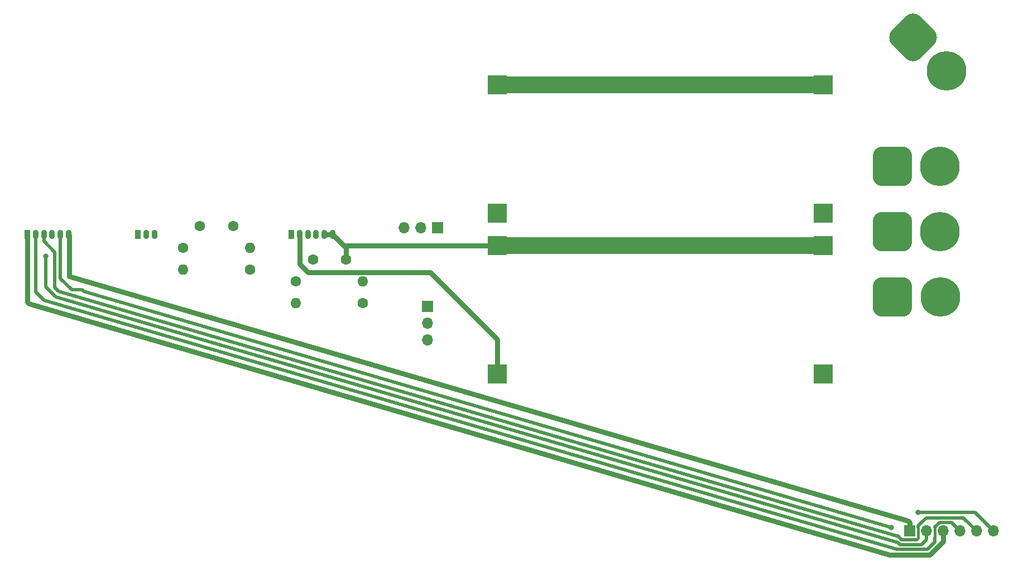
<source format=gbr>
%TF.GenerationSoftware,KiCad,Pcbnew,7.0.0*%
%TF.CreationDate,2023-03-08T15:38:49-05:00*%
%TF.ProjectId,right-side,72696768-742d-4736-9964-652e6b696361,rev?*%
%TF.SameCoordinates,Original*%
%TF.FileFunction,Copper,L2,Bot*%
%TF.FilePolarity,Positive*%
%FSLAX46Y46*%
G04 Gerber Fmt 4.6, Leading zero omitted, Abs format (unit mm)*
G04 Created by KiCad (PCBNEW 7.0.0) date 2023-03-08 15:38:49*
%MOMM*%
%LPD*%
G01*
G04 APERTURE LIST*
G04 Aperture macros list*
%AMRoundRect*
0 Rectangle with rounded corners*
0 $1 Rounding radius*
0 $2 $3 $4 $5 $6 $7 $8 $9 X,Y pos of 4 corners*
0 Add a 4 corners polygon primitive as box body*
4,1,4,$2,$3,$4,$5,$6,$7,$8,$9,$2,$3,0*
0 Add four circle primitives for the rounded corners*
1,1,$1+$1,$2,$3*
1,1,$1+$1,$4,$5*
1,1,$1+$1,$6,$7*
1,1,$1+$1,$8,$9*
0 Add four rect primitives between the rounded corners*
20,1,$1+$1,$2,$3,$4,$5,0*
20,1,$1+$1,$4,$5,$6,$7,0*
20,1,$1+$1,$6,$7,$8,$9,0*
20,1,$1+$1,$8,$9,$2,$3,0*%
G04 Aperture macros list end*
%TA.AperFunction,ComponentPad*%
%ADD10RoundRect,0.225000X-0.225000X-0.475000X0.225000X-0.475000X0.225000X0.475000X-0.225000X0.475000X0*%
%TD*%
%TA.AperFunction,ComponentPad*%
%ADD11O,0.900000X1.400000*%
%TD*%
%TA.AperFunction,ComponentPad*%
%ADD12C,1.600000*%
%TD*%
%TA.AperFunction,ComponentPad*%
%ADD13R,1.700000X1.700000*%
%TD*%
%TA.AperFunction,ComponentPad*%
%ADD14O,1.700000X1.700000*%
%TD*%
%TA.AperFunction,ComponentPad*%
%ADD15O,1.600000X1.600000*%
%TD*%
%TA.AperFunction,ComponentPad*%
%ADD16RoundRect,1.500000X-1.500000X-1.500000X1.500000X-1.500000X1.500000X1.500000X-1.500000X1.500000X0*%
%TD*%
%TA.AperFunction,ComponentPad*%
%ADD17C,6.000000*%
%TD*%
%TA.AperFunction,ComponentPad*%
%ADD18R,3.000000X3.000000*%
%TD*%
%TA.AperFunction,ComponentPad*%
%ADD19RoundRect,1.500000X-2.121320X0.000000X0.000000X-2.121320X2.121320X0.000000X0.000000X2.121320X0*%
%TD*%
%TA.AperFunction,ViaPad*%
%ADD20C,0.800000*%
%TD*%
%TA.AperFunction,Conductor*%
%ADD21C,0.762000*%
%TD*%
%TA.AperFunction,Conductor*%
%ADD22C,2.540000*%
%TD*%
%TA.AperFunction,Conductor*%
%ADD23C,0.508000*%
%TD*%
%TA.AperFunction,Conductor*%
%ADD24C,0.381000*%
%TD*%
G04 APERTURE END LIST*
D10*
%TO.P,J8,1,Pin_1*%
%TO.N,Net-(J8-Pin_1)*%
X80264000Y-96520000D03*
D11*
%TO.P,J8,2,Pin_2*%
%TO.N,Net-(J8-Pin_2)*%
X81513999Y-96519999D03*
%TO.P,J8,3,Pin_3*%
%TO.N,Net-(J8-Pin_3)*%
X82763999Y-96519999D03*
%TO.P,J8,4,Pin_4*%
%TO.N,Net-(J8-Pin_4)*%
X84013999Y-96519999D03*
%TO.P,J8,5,Pin_5*%
%TO.N,Net-(J8-Pin_5)*%
X85263999Y-96519999D03*
%TO.P,J8,6,Pin_6*%
%TO.N,Net-(J8-Pin_6)*%
X86513999Y-96519999D03*
%TD*%
D12*
%TO.P,C1,1*%
%TO.N,Net-(J7-Pin_2)*%
X106466000Y-95250000D03*
%TO.P,C1,2*%
%TO.N,Net-(J6-Pin_3)*%
X111466000Y-95250000D03*
%TD*%
%TO.P,C2,1*%
%TO.N,Net-(J10-Pin_4)*%
X123601000Y-100322000D03*
%TO.P,C2,2*%
%TO.N,GND*%
X128601000Y-100322000D03*
%TD*%
D13*
%TO.P,J6,1,Pin_1*%
%TO.N,unconnected-(J6-Pin_1-Pad1)*%
X140969999Y-107441999D03*
D14*
%TO.P,J6,2,Pin_2*%
%TO.N,Net-(J6-Pin_2)*%
X140969999Y-109981999D03*
%TO.P,J6,3,Pin_3*%
%TO.N,Net-(J6-Pin_3)*%
X140969999Y-112521999D03*
%TD*%
D13*
%TO.P,J4,1,Pin_1*%
%TO.N,unconnected-(J4-Pin_1-Pad1)*%
X142478999Y-95503999D03*
D14*
%TO.P,J4,2,Pin_2*%
%TO.N,Net-(A1-VOUT)*%
X139938999Y-95503999D03*
%TO.P,J4,3,Pin_3*%
%TO.N,GND*%
X137398999Y-95503999D03*
%TD*%
D12*
%TO.P,R4,1*%
%TO.N,+BATT*%
X131141000Y-106926000D03*
D15*
%TO.P,R4,2*%
%TO.N,Net-(J10-Pin_4)*%
X120980999Y-106925999D03*
%TD*%
D16*
%TO.P,J2,1,Pin_1*%
%TO.N,GND*%
X211494000Y-86128000D03*
D17*
%TO.P,J2,2,Pin_2*%
%TO.N,+BATT*%
X218694000Y-86128000D03*
%TD*%
D10*
%TO.P,J7,1,Pin_1*%
%TO.N,unconnected-(J7-Pin_1-Pad1)*%
X97068000Y-96520000D03*
D11*
%TO.P,J7,2,Pin_2*%
%TO.N,Net-(J7-Pin_2)*%
X98317999Y-96519999D03*
%TO.P,J7,3,Pin_3*%
%TO.N,Net-(J6-Pin_3)*%
X99567999Y-96519999D03*
%TD*%
D18*
%TO.P,A3,1,VIN*%
%TO.N,+BATT*%
X201025999Y-117699999D03*
%TO.P,A3,2,GND*%
%TO.N,GND*%
X201025999Y-98199999D03*
%TO.P,A3,3,GND*%
X151525999Y-98199999D03*
%TO.P,A3,4,VOUT*%
%TO.N,Net-(A3-VOUT)*%
X151525999Y-117699999D03*
%TD*%
%TO.P,A1,1,VIN*%
%TO.N,+BATT*%
X201025999Y-93315999D03*
%TO.P,A1,2,GND*%
%TO.N,GND*%
X201025999Y-73815999D03*
%TO.P,A1,3,GND*%
X151525999Y-73815999D03*
%TO.P,A1,4,VOUT*%
%TO.N,Net-(A1-VOUT)*%
X151525999Y-93315999D03*
%TD*%
D13*
%TO.P,J9,1,Pin_1*%
%TO.N,Net-(J8-Pin_6)*%
X214121999Y-141477999D03*
D14*
%TO.P,J9,2,Pin_2*%
%TO.N,Net-(J8-Pin_4)*%
X216661999Y-141477999D03*
%TO.P,J9,3,Pin_3*%
%TO.N,Net-(J8-Pin_1)*%
X219201999Y-141477999D03*
%TO.P,J9,4,Pin_4*%
%TO.N,Net-(J8-Pin_2)*%
X221741999Y-141477999D03*
%TO.P,J9,5,Pin_5*%
%TO.N,Net-(J8-Pin_3)*%
X224281999Y-141477999D03*
%TO.P,J9,6,Pin_6*%
%TO.N,Net-(J8-Pin_5)*%
X226821999Y-141477999D03*
%TD*%
D12*
%TO.P,R2,1*%
%TO.N,Net-(J7-Pin_2)*%
X103886000Y-98552000D03*
D15*
%TO.P,R2,2*%
%TO.N,Net-(J6-Pin_3)*%
X114045999Y-98551999D03*
%TD*%
D10*
%TO.P,J10,1,Pin_1*%
%TO.N,Net-(A3-VOUT)*%
X120319000Y-96512000D03*
D11*
%TO.P,J10,2,Pin_2*%
X121568999Y-96511999D03*
%TO.P,J10,3,Pin_3*%
%TO.N,unconnected-(J10-Pin_3-Pad3)*%
X122818999Y-96511999D03*
%TO.P,J10,4,Pin_4*%
%TO.N,Net-(J10-Pin_4)*%
X124068999Y-96511999D03*
%TO.P,J10,5,Pin_5*%
%TO.N,GND*%
X125318999Y-96511999D03*
%TO.P,J10,6,Pin_6*%
X126568999Y-96511999D03*
%TD*%
D16*
%TO.P,J3,1,Pin_1*%
%TO.N,GND*%
X211494000Y-96034000D03*
D17*
%TO.P,J3,2,Pin_2*%
%TO.N,+BATT*%
X218694000Y-96034000D03*
%TD*%
D12*
%TO.P,R3,1*%
%TO.N,Net-(J10-Pin_4)*%
X120981000Y-103624000D03*
D15*
%TO.P,R3,2*%
%TO.N,GND*%
X131140999Y-103623999D03*
%TD*%
D16*
%TO.P,J5,1,Pin_1*%
%TO.N,GND*%
X211538000Y-105940000D03*
D17*
%TO.P,J5,2,Pin_2*%
%TO.N,+BATT*%
X218738000Y-105940000D03*
%TD*%
D12*
%TO.P,R1,1*%
%TO.N,Net-(J6-Pin_2)*%
X114046000Y-101854000D03*
D15*
%TO.P,R1,2*%
%TO.N,Net-(J7-Pin_2)*%
X103885999Y-101853999D03*
%TD*%
D19*
%TO.P,J1,1,Pin_1*%
%TO.N,GND*%
X214630000Y-66592000D03*
D17*
%TO.P,J1,2,Pin_2*%
%TO.N,+BATT*%
X219721169Y-71683169D03*
%TD*%
D20*
%TO.N,Net-(J8-Pin_4)*%
X83058000Y-99822000D03*
%TO.N,Net-(J8-Pin_5)*%
X215392000Y-138684000D03*
X211328000Y-140970000D03*
%TD*%
D21*
%TO.N,GND*%
X126569000Y-96512000D02*
X128257000Y-98200000D01*
X125319000Y-96512000D02*
X126569000Y-96512000D01*
X128601000Y-98544000D02*
X128257000Y-98200000D01*
D22*
X151526000Y-98200000D02*
X201026000Y-98200000D01*
D21*
X128601000Y-100322000D02*
X128601000Y-98544000D01*
X128257000Y-98200000D02*
X151526000Y-98200000D01*
D22*
X201026000Y-73816000D02*
X151526000Y-73816000D01*
D21*
%TO.N,Net-(A3-VOUT)*%
X151526000Y-112410000D02*
X151526000Y-117700000D01*
X141359000Y-102243000D02*
X151526000Y-112410000D01*
X122817000Y-102243000D02*
X141359000Y-102243000D01*
X121569000Y-96512000D02*
X121569000Y-100995000D01*
X121569000Y-100995000D02*
X122817000Y-102243000D01*
%TO.N,Net-(J8-Pin_1)*%
X217170000Y-145107000D02*
X211074000Y-145107000D01*
X80518000Y-107007000D02*
X80264000Y-106753000D01*
X219202000Y-143075000D02*
X217170000Y-145107000D01*
X80264000Y-106753000D02*
X80264000Y-96520000D01*
X219202000Y-141478000D02*
X219202000Y-143075000D01*
X211074000Y-145107000D02*
X80518000Y-107007000D01*
D23*
%TO.N,Net-(J8-Pin_2)*%
X82816416Y-106511416D02*
X81514000Y-105209000D01*
X217932000Y-143164132D02*
X216824132Y-144272000D01*
X220438000Y-140174000D02*
X218661865Y-140174000D01*
X217932000Y-140903865D02*
X217932000Y-140970000D01*
X81514000Y-105209000D02*
X81514000Y-96520000D01*
X218661865Y-140174000D02*
X217932000Y-140903865D01*
X221742000Y-141478000D02*
X220438000Y-140174000D01*
X216824132Y-144272000D02*
X212209348Y-144272000D01*
D24*
X217932000Y-140970000D02*
X217932000Y-142494000D01*
D23*
X212209348Y-144272000D02*
X82816416Y-106511416D01*
X217932000Y-142494000D02*
X217932000Y-143164132D01*
%TO.N,Net-(J8-Pin_3)*%
X212090000Y-142240000D02*
X212349560Y-142240000D01*
X215426000Y-140682000D02*
X215426000Y-140970000D01*
X215900000Y-140208000D02*
X215426000Y-140682000D01*
D24*
X215392000Y-142528000D02*
X215392000Y-141004000D01*
D23*
X222270000Y-139466000D02*
X216642000Y-139466000D01*
X212891560Y-142782000D02*
X215138000Y-142782000D01*
X84423869Y-104552131D02*
X84423869Y-99195869D01*
X216642000Y-139466000D02*
X215900000Y-140208000D01*
X212349560Y-142240000D02*
X212891560Y-142782000D01*
X84423869Y-99195869D02*
X82764000Y-97536000D01*
X84423869Y-104552131D02*
X85032786Y-105161047D01*
X224282000Y-141478000D02*
X222270000Y-139466000D01*
X82764000Y-96520000D02*
X82764000Y-97536000D01*
D24*
X215392000Y-141004000D02*
X215426000Y-140970000D01*
D23*
X85032786Y-105161047D02*
X212090000Y-142240000D01*
D24*
X215138000Y-142782000D02*
X215392000Y-142528000D01*
D23*
%TO.N,Net-(J8-Pin_4)*%
X216662000Y-141478000D02*
X216662000Y-142802000D01*
X212344000Y-143256000D02*
X84582000Y-105971370D01*
X216662000Y-142802000D02*
X215900000Y-143564000D01*
X212652000Y-143564000D02*
X212344000Y-143256000D01*
X215900000Y-143564000D02*
X212652000Y-143564000D01*
X83058000Y-104447370D02*
X84528630Y-105918000D01*
X83058000Y-99822000D02*
X83058000Y-104447370D01*
%TO.N,Net-(J8-Pin_5)*%
X88560016Y-104902000D02*
X88814016Y-105156000D01*
X87017551Y-104902000D02*
X88560016Y-104902000D01*
X226822000Y-141478000D02*
X224028000Y-138684000D01*
X215900000Y-138684000D02*
X215392000Y-138684000D01*
X224028000Y-138684000D02*
X215900000Y-138684000D01*
X85264000Y-103148449D02*
X87017551Y-104902000D01*
X88814016Y-105156000D02*
X211328000Y-140970000D01*
X85264000Y-96520000D02*
X85264000Y-103148449D01*
D21*
%TO.N,Net-(J8-Pin_6)*%
X213868000Y-139954000D02*
X86614000Y-102870000D01*
X86514000Y-96520000D02*
X86614000Y-96620000D01*
X214122000Y-140208000D02*
X213868000Y-139954000D01*
X214122000Y-141478000D02*
X214122000Y-140208000D01*
X86614000Y-96620000D02*
X86614000Y-102870000D01*
%TD*%
M02*

</source>
